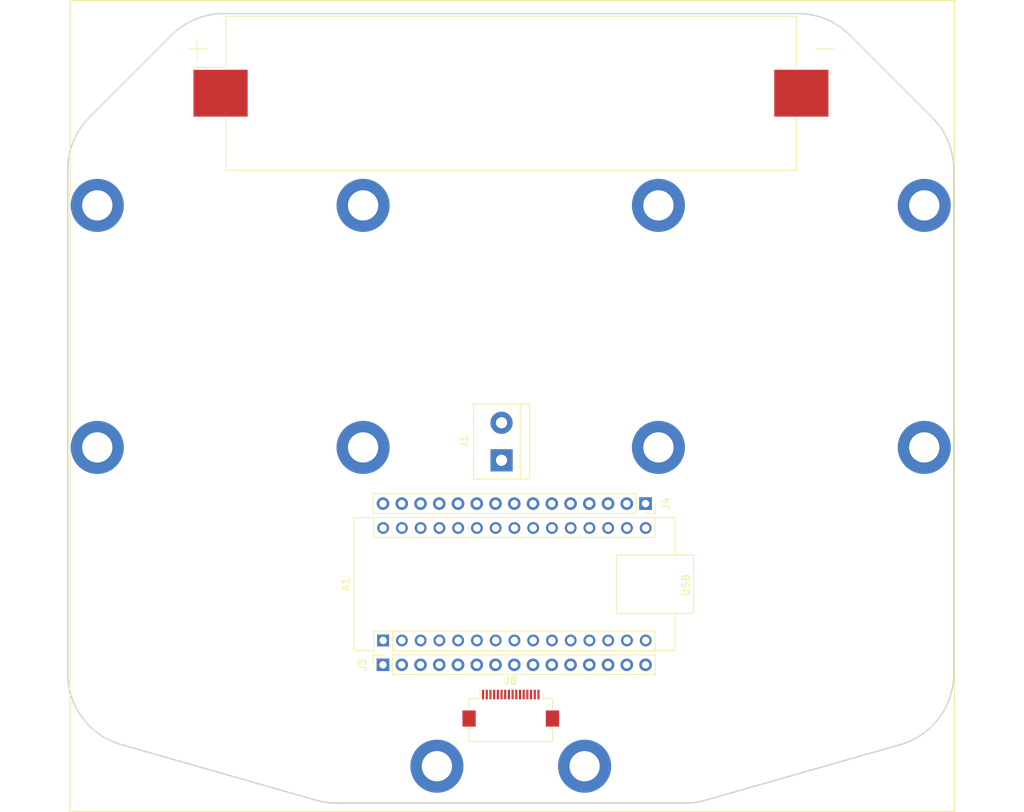
<source format=kicad_pcb>
(kicad_pcb (version 20221018) (generator pcbnew)
  (layers (0 "F.Cu" signal) (31 "B.Cu" signal) (34 "B.Paste" user) (35 "F.Paste" user) (36 "B.SilkS" user "B.Silkscreen") (37 "F.SilkS" user "F.Silkscreen") (38 "B.Mask" user) (39 "F.Mask" user) (44 "Edge.Cuts" user))
  (net 0 "")
  (net 1 "Net-(A1-3V3)")
  (net 2 "Net-(A1-+5V)")
  (net 3 "GND")
  (net 14 "+BATT")
  (net 15 "-BATT")
  (net 16 "/NANO_D1")
  (net 17 "/NANO_D0")
  (net 18 "/NANO_~{RST}_{1}")
  (net 19 "/NANO_D2")
  (net 20 "/NANO_D3")
  (net 21 "/NANO_D4")
  (net 22 "/NANO_D5")
  (net 23 "/NANO_D6")
  (net 24 "/NANO_D7")
  (net 25 "/NANO_D8")
  (net 26 "/NANO_D9")
  (net 27 "/NANO_D10")
  (net 28 "/NANO_D11")
  (net 29 "/NANO_D12")
  (net 30 "/NANO_D13")
  (net 31 "/NANO_AREF")
  (net 32 "/NANO_A0")
  (net 33 "/NANO_A1")
  (net 34 "/NANO_A2")
  (net 35 "/NANO_A3")
  (net 36 "/NANO_A4")
  (net 37 "/NANO_A5")
  (net 38 "/NANO_A6")
  (net 39 "/NANO_A7")
  (net 40 "/NANO_~{RST}_{2}")
  (net 41 "+5V")
  (net 42 "/IR_7_D")
  (net 43 "VBUS")
  (net 44 "/IR_6_D")
  (net 45 "/IR_6_A")
  (net 46 "/IR_5_D")
  (net 47 "/IR_5_A")
  (net 48 "/IR_4_D")
  (net 49 "/IR_4_A")
  (net 50 "/IR_3_D")
  (net 51 "/IR_3_A")
  (net 52 "/IR_2_D")
  (net 53 "/IR_2_A")
  (net 54 "/IR_1_D")
  (net 55 "Net-(D5-A)")
  (footprint "Module:Arduino_Nano" (layer "F.Cu") (at 132.715 123.815 90)
    (fp_text reference "A1" (at 7.62 -5.08 90) (layer "F.SilkS"))
    (fp_text value "Arduino Nano")
    (fp_text user "USB" (at 7.5 41 90 unlocked) (layer "F.SilkS"))
    (fp_line (start -1.4 -3.94) (end -1.4 -1.27) (stroke (width 0.12)) (layer "F.SilkS"))
    (fp_line (start -1.4 1.27) (end -1.4 39.5) (stroke (width 0.12)) (layer "F.SilkS"))
    (fp_line (start -1.4 39.5) (end 3.68 39.5) (stroke (width 0.12)) (layer "F.SilkS"))
    (fp_line (start 1.27 -1.27) (end -1.4 -1.27) (stroke (width 0.12)) (layer "F.SilkS"))
    (fp_line (start 1.27 1.27) (end -1.4 1.27) (stroke (width 0.12)) (layer "F.SilkS"))
    (fp_line (start 1.27 1.27) (end 1.27 -1.27) (stroke (width 0.12)) (layer "F.SilkS"))
    (fp_line (start 1.27 1.27) (end 1.27 36.83) (stroke (width 0.12)) (layer "F.SilkS"))
    (fp_line (start 1.27 36.83) (end -1.4 36.83) (stroke (width 0.12)) (layer "F.SilkS"))
    (fp_line (start 3.68 31.62) (end 11.56 31.62) (stroke (width 0.12)) (layer "F.SilkS"))
    (fp_line (start 3.68 42.04) (end 3.68 31.62) (stroke (width 0.12)) (layer "F.SilkS"))
    (fp_line (start 11.56 31.62) (end 11.56 42.04) (stroke (width 0.12)) (layer "F.SilkS"))
    (fp_line (start 11.56 42.04) (end 3.68 42.04) (stroke (width 0.12)) (layer "F.SilkS"))
    (fp_line (start 13.97 -1.27) (end 13.97 36.83) (stroke (width 0.12)) (layer "F.SilkS"))
    (fp_line (start 13.97 -1.27) (end 16.64 -1.27) (stroke (width 0.12)) (layer "F.SilkS"))
    (fp_line (start 13.97 36.83) (end 16.64 36.83) (stroke (width 0.12)) (layer "F.SilkS"))
    (fp_line (start 16.64 -3.94) (end -1.4 -3.94) (stroke (width 0.12)) (layer "F.SilkS"))
    (fp_line (start 16.64 39.5) (end 11.56 39.5) (stroke (width 0.12)) (layer "F.SilkS"))
    (fp_line (start 16.64 39.5) (end 16.64 -3.94) (stroke (width 0.12)) (layer "F.SilkS"))
    (pad "1" thru_hole rect (at 0 0 90) (size 1.6 1.6) (drill 1) (layers "*.Cu" "*.Mask") (net 16 "/NANO_D1"))
    (pad "2" thru_hole oval (at 0 2.54 90) (size 1.6 1.6) (drill 1) (layers "*.Cu" "*.Mask") (net 17 "/NANO_D0"))
    (pad "3" thru_hole oval (at 0 5.08 90) (size 1.6 1.6) (drill 1) (layers "*.Cu" "*.Mask") (net 18 "/NANO_~{RST}_{1}"))
    (pad "4" thru_hole oval (at 0 7.62 90) (size 1.6 1.6) (drill 1) (layers "*.Cu" "*.Mask") (net 3 "GND"))
    (pad "5" thru_hole oval (at 0 10.16 90) (size 1.6 1.6) (drill 1) (layers "*.Cu" "*.Mask") (net 19 "/NANO_D2"))
    (pad "6" thru_hole oval (at 0 12.7 90) (size 1.6 1.6) (drill 1) (layers "*.Cu" "*.Mask") (net 20 "/NANO_D3"))
    (pad "7" thru_hole oval (at 0 15.24 90) (size 1.6 1.6) (drill 1) (layers "*.Cu" "*.Mask") (net 21 "/NANO_D4"))
    (pad "8" thru_hole oval (at 0 17.78 90) (size 1.6 1.6) (drill 1) (layers "*.Cu" "*.Mask") (net 22 "/NANO_D5"))
    (pad "9" thru_hole oval (at 0 20.32 90) (size 1.6 1.6) (drill 1) (layers "*.Cu" "*.Mask") (net 23 "/NANO_D6"))
    (pad "10" thru_hole oval (at 0 22.86 90) (size 1.6 1.6) (drill 1) (layers "*.Cu" "*.Mask") (net 24 "/NANO_D7"))
    (pad "11" thru_hole oval (at 0 25.4 90) (size 1.6 1.6) (drill 1) (layers "*.Cu" "*.Mask") (net 25 "/NANO_D8"))
    (pad "12" thru_hole oval (at 0 27.94 90) (size 1.6 1.6) (drill 1) (layers "*.Cu" "*.Mask") (net 26 "/NANO_D9"))
    (pad "13" thru_hole oval (at 0 30.48 90) (size 1.6 1.6) (drill 1) (layers "*.Cu" "*.Mask") (net 27 "/NANO_D10"))
    (pad "14" thru_hole oval (at 0 33.02 90) (size 1.6 1.6) (drill 1) (layers "*.Cu" "*.Mask") (net 28 "/NANO_D11"))
    (pad "15" thru_hole oval (at 0 35.56 90) (size 1.6 1.6) (drill 1) (layers "*.Cu" "*.Mask") (net 29 "/NANO_D12"))
    (pad "16" thru_hole oval (at 15.24 35.56 90) (size 1.6 1.6) (drill 1) (layers "*.Cu" "*.Mask") (net 30 "/NANO_D13"))
    (pad "17" thru_hole oval (at 15.24 33.02 90) (size 1.6 1.6) (drill 1) (layers "*.Cu" "*.Mask") (net 1 "Net-(A1-3V3)"))
    (pad "18" thru_hole oval (at 15.24 30.48 90) (size 1.6 1.6) (drill 1) (layers "*.Cu" "*.Mask") (net 31 "/NANO_AREF"))
    (pad "19" thru_hole oval (at 15.24 27.94 90) (size 1.6 1.6) (drill 1) (layers "*.Cu" "*.Mask") (net 32 "/NANO_A0"))
    (pad "20" thru_hole oval (at 15.24 25.4 90) (size 1.6 1.6) (drill 1) (layers "*.Cu" "*.Mask") (net 33 "/NANO_A1"))
    (pad "21" thru_hole oval (at 15.24 22.86 90) (size 1.6 1.6) (drill 1) (layers "*.Cu" "*.Mask") (net 34 "/NANO_A2"))
    (pad "22" thru_hole oval (at 15.24 20.32 90) (size 1.6 1.6) (drill 1) (layers "*.Cu" "*.Mask") (net 35 "/NANO_A3"))
    (pad "23" thru_hole oval (at 15.24 17.78 90) (size 1.6 1.6) (drill 1) (layers "*.Cu" "*.Mask") (net 36 "/NANO_A4"))
    (pad "24" thru_hole oval (at 15.24 15.24 90) (size 1.6 1.6) (drill 1) (layers "*.Cu" "*.Mask") (net 37 "/NANO_A5"))
    (pad "25" thru_hole oval (at 15.24 12.7 90) (size 1.6 1.6) (drill 1) (layers "*.Cu" "*.Mask") (net 38 "/NANO_A6"))
    (pad "26" thru_hole oval (at 15.24 10.16 90) (size 1.6 1.6) (drill 1) (layers "*.Cu" "*.Mask") (net 39 "/NANO_A7"))
    (pad "27" thru_hole oval (at 15.24 7.62 90) (size 1.6 1.6) (drill 1) (layers "*.Cu" "*.Mask") (net 2 "Net-(A1-+5V)"))
    (pad "28" thru_hole oval (at 15.24 5.08 90) (size 1.6 1.6) (drill 1) (layers "*.Cu" "*.Mask") (net 40 "/NANO_~{RST}_{2}"))
    (pad "29" thru_hole oval (at 15.24 2.54 90) (size 1.6 1.6) (drill 1) (layers "*.Cu" "*.Mask") (net 3 "GND"))
    (pad "30" thru_hole oval (at 15.24 0 90) (size 1.6 1.6) (drill 1) (layers "*.Cu" "*.Mask") (net 41 "+5V"))
  )
  (footprint "Connector_PinSocket_2.54mm:PinSocket_1x15_P2.54mm_Vertical" (layer "F.Cu") (at 132.695 127.117 90)
    (fp_text reference "J3" (at 0 -2.77 90) (layer "F.SilkS"))
    (fp_text value "Row 2")
    (fp_line (start -1.33 1.27) (end -1.33 36.89) (stroke (width 0.12)) (layer "F.SilkS"))
    (fp_line (start -1.33 1.27) (end 1.33 1.27) (stroke (width 0.12)) (layer "F.SilkS"))
    (fp_line (start -1.33 36.89) (end 1.33 36.89) (stroke (width 0.12)) (layer "F.SilkS"))
    (fp_line (start 0 -1.33) (end 1.33 -1.33) (stroke (width 0.12)) (layer "F.SilkS"))
    (fp_line (start 1.33 -1.33) (end 1.33 0) (stroke (width 0.12)) (layer "F.SilkS"))
    (fp_line (start 1.33 1.27) (end 1.33 36.89) (stroke (width 0.12)) (layer "F.SilkS"))
    (pad "1" thru_hole rect (at 0 0 90) (size 1.7 1.7) (drill 1) (layers "*.Cu" "*.Mask") (net 16 "/NANO_D1"))
    (pad "2" thru_hole oval (at 0 2.54 90) (size 1.7 1.7) (drill 1) (layers "*.Cu" "*.Mask") (net 17 "/NANO_D0"))
    (pad "3" thru_hole oval (at 0 5.08 90) (size 1.7 1.7) (drill 1) (layers "*.Cu" "*.Mask") (net 18 "/NANO_~{RST}_{1}"))
    (pad "4" thru_hole oval (at 0 7.62 90) (size 1.7 1.7) (drill 1) (layers "*.Cu" "*.Mask") (net 3 "GND"))
    (pad "5" thru_hole oval (at 0 10.16 90) (size 1.7 1.7) (drill 1) (layers "*.Cu" "*.Mask") (net 19 "/NANO_D2"))
    (pad "6" thru_hole oval (at 0 12.7 90) (size 1.7 1.7) (drill 1) (layers "*.Cu" "*.Mask") (net 20 "/NANO_D3"))
    (pad "7" thru_hole oval (at 0 15.24 90) (size 1.7 1.7) (drill 1) (layers "*.Cu" "*.Mask") (net 21 "/NANO_D4"))
    (pad "8" thru_hole oval (at 0 17.78 90) (size 1.7 1.7) (drill 1) (layers "*.Cu" "*.Mask") (net 22 "/NANO_D5"))
    (pad "9" thru_hole oval (at 0 20.32 90) (size 1.7 1.7) (drill 1) (layers "*.Cu" "*.Mask") (net 23 "/NANO_D6"))
    (pad "10" thru_hole oval (at 0 22.86 90) (size 1.7 1.7) (drill 1) (layers "*.Cu" "*.Mask") (net 24 "/NANO_D7"))
    (pad "11" thru_hole oval (at 0 25.4 90) (size 1.7 1.7) (drill 1) (layers "*.Cu" "*.Mask") (net 25 "/NANO_D8"))
    (pad "12" thru_hole oval (at 0 27.94 90) (size 1.7 1.7) (drill 1) (layers "*.Cu" "*.Mask") (net 26 "/NANO_D9"))
    (pad "13" thru_hole oval (at 0 30.48 90) (size 1.7 1.7) (drill 1) (layers "*.Cu" "*.Mask") (net 27 "/NANO_D10"))
    (pad "14" thru_hole oval (at 0 33.02 90) (size 1.7 1.7) (drill 1) (layers "*.Cu" "*.Mask") (net 28 "/NANO_D11"))
    (pad "15" thru_hole oval (at 0 35.56 90) (size 1.7 1.7) (drill 1) (layers "*.Cu" "*.Mask") (net 29 "/NANO_D12"))
  )
  (footprint "Connector_FFC-FPC:Hirose_FH12-16S-0.5SH_1x16-1MP_P0.50mm_Horizontal" (layer "F.Cu") (at 150 133)
    (fp_text reference "J8" (at 0 -3.7) (layer "F.SilkS"))
    (fp_text value "Conn_01x16_Pin")
    (fp_line (start -5.65 -1.3) (end -5.65 0.04) (stroke (width 0.12)) (layer "F.SilkS"))
    (fp_line (start -5.65 2.76) (end -5.65 4.5) (stroke (width 0.12)) (layer "F.SilkS"))
    (fp_line (start -5.65 4.5) (end 5.65 4.5) (stroke (width 0.12)) (layer "F.SilkS"))
    (fp_line (start -4.16 -1.3) (end -5.65 -1.3) (stroke (width 0.12)) (layer "F.SilkS"))
    (fp_line (start -4.16 -1.3) (end -4.16 -2.5) (stroke (width 0.12)) (layer "F.SilkS"))
    (fp_line (start 4.16 -1.3) (end 5.65 -1.3) (stroke (width 0.12)) (layer "F.SilkS"))
    (fp_line (start 5.65 -1.3) (end 5.65 0.04) (stroke (width 0.12)) (layer "F.SilkS"))
    (fp_line (start 5.65 4.5) (end 5.65 2.76) (stroke (width 0.12)) (layer "F.SilkS"))
    (pad "1" smd rect (at -3.75 -1.85) (size 0.3 1.3) (layers "F.Cu" "F.Paste" "F.Mask") (net 3 "GND"))
    (pad "2" smd rect (at -3.25 -1.85) (size 0.3 1.3) (layers "F.Cu" "F.Paste" "F.Mask") (net 3 "GND"))
    (pad "3" smd rect (at -2.75 -1.85) (size 0.3 1.3) (layers "F.Cu" "F.Paste" "F.Mask") (net 41 "+5V"))
    (pad "4" smd rect (at -2.25 -1.85) (size 0.3 1.3) (layers "F.Cu" "F.Paste" "F.Mask") (net 41 "+5V"))
    (pad "5" smd rect (at -1.75 -1.85) (size 0.3 1.3) (layers "F.Cu" "F.Paste" "F.Mask") (net 42 "/IR_7_D"))
    (pad "6" smd rect (at -1.25 -1.85) (size 0.3 1.3) (layers "F.Cu" "F.Paste" "F.Mask") (net 44 "/IR_6_D"))
    (pad "7" smd rect (at -0.75 -1.85) (size 0.3 1.3) (layers "F.Cu" "F.Paste" "F.Mask") (net 45 "/IR_6_A"))
    (pad "8" smd rect (at -0.25 -1.85) (size 0.3 1.3) (layers "F.Cu" "F.Paste" "F.Mask") (net 46 "/IR_5_D"))
    (pad "9" smd rect (at 0.25 -1.85) (size 0.3 1.3) (layers "F.Cu" "F.Paste" "F.Mask") (net 47 "/IR_5_A"))
    (pad "10" smd rect (at 0.75 -1.85) (size 0.3 1.3) (layers "F.Cu" "F.Paste" "F.Mask") (net 48 "/IR_4_D"))
    (pad "11" smd rect (at 1.25 -1.85) (size 0.3 1.3) (layers "F.Cu" "F.Paste" "F.Mask") (net 49 "/IR_4_A"))
    (pad "12" smd rect (at 1.75 -1.85) (size 0.3 1.3) (layers "F.Cu" "F.Paste" "F.Mask") (net 50 "/IR_3_D"))
    (pad "13" smd rect (at 2.25 -1.85) (size 0.3 1.3) (layers "F.Cu" "F.Paste" "F.Mask") (net 51 "/IR_3_A"))
    (pad "14" smd rect (at 2.75 -1.85) (size 0.3 1.3) (layers "F.Cu" "F.Paste" "F.Mask") (net 52 "/IR_2_D"))
    (pad "15" smd rect (at 3.25 -1.85) (size 0.3 1.3) (layers "F.Cu" "F.Paste" "F.Mask") (net 53 "/IR_2_A"))
    (pad "16" smd rect (at 3.75 -1.85) (size 0.3 1.3) (layers "F.Cu" "F.Paste" "F.Mask") (net 54 "/IR_1_D"))
    (pad "MP" smd rect (at -5.65 1.4) (size 1.8 2.2) (layers "F.Cu" "F.Paste" "F.Mask"))
    (pad "MP" smd rect (at 5.65 1.4) (size 1.8 2.2) (layers "F.Cu" "F.Paste" "F.Mask"))
  )
  (footprint "Connector_PinSocket_2.54mm:PinSocket_1x15_P2.54mm_Vertical" (layer "F.Cu") (at 168.255 105.273 -90)
    (fp_text reference "J4" (at 0 -2.77 -90) (layer "F.SilkS"))
    (fp_text value "Row 2")
    (fp_line (start -1.33 1.27) (end -1.33 36.89) (stroke (width 0.12)) (layer "F.SilkS"))
    (fp_line (start -1.33 1.27) (end 1.33 1.27) (stroke (width 0.12)) (layer "F.SilkS"))
    (fp_line (start -1.33 36.89) (end 1.33 36.89) (stroke (width 0.12)) (layer "F.SilkS"))
    (fp_line (start 0 -1.33) (end 1.33 -1.33) (stroke (width 0.12)) (layer "F.SilkS"))
    (fp_line (start 1.33 -1.33) (end 1.33 0) (stroke (width 0.12)) (layer "F.SilkS"))
    (fp_line (start 1.33 1.27) (end 1.33 36.89) (stroke (width 0.12)) (layer "F.SilkS"))
    (pad "1" thru_hole rect (at 0 0 270) (size 1.7 1.7) (drill 1) (layers "*.Cu" "*.Mask") (net 30 "/NANO_D13"))
    (pad "2" thru_hole oval (at 0 2.54 270) (size 1.7 1.7) (drill 1) (layers "*.Cu" "*.Mask") (net 1 "Net-(A1-3V3)"))
    (pad "3" thru_hole oval (at 0 5.08 270) (size 1.7 1.7) (drill 1) (layers "*.Cu" "*.Mask") (net 31 "/NANO_AREF"))
    (pad "4" thru_hole oval (at 0 7.62 270) (size 1.7 1.7) (drill 1) (layers "*.Cu" "*.Mask") (net 32 "/NANO_A0"))
    (pad "5" thru_hole oval (at 0 10.16 270) (size 1.7 1.7) (drill 1) (layers "*.Cu" "*.Mask") (net 33 "/NANO_A1"))
    (pad "6" thru_hole oval (at 0 12.7 270) (size 1.7 1.7) (drill 1) (layers "*.Cu" "*.Mask") (net 34 "/NANO_A2"))
    (pad "7" thru_hole oval (at 0 15.24 270) (size 1.7 1.7) (drill 1) (layers "*.Cu" "*.Mask") (net 35 "/NANO_A3"))
    (pad "8" thru_hole oval (at 0 17.78 270) (size 1.7 1.7) (drill 1) (layers "*.Cu" "*.Mask") (net 36 "/NANO_A4"))
    (pad "9" thru_hole oval (at 0 20.32 270) (size 1.7 1.7) (drill 1) (layers "*.Cu" "*.Mask") (net 37 "/NANO_A5"))
    (pad "10" thru_hole oval (at 0 22.86 270) (size 1.7 1.7) (drill 1) (layers "*.Cu" "*.Mask") (net 38 "/NANO_A6"))
    (pad "11" thru_hole oval (at 0 25.4 270) (size 1.7 1.7) (drill 1) (layers "*.Cu" "*.Mask") (net 39 "/NANO_A7"))
    (pad "12" thru_hole oval (at 0 27.94 270) (size 1.7 1.7) (drill 1) (layers "*.Cu" "*.Mask") (net 2 "Net-(A1-+5V)"))
    (pad "13" thru_hole oval (at 0 30.48 270) (size 1.7 1.7) (drill 1) (layers "*.Cu" "*.Mask") (net 40 "/NANO_~{RST}_{2}"))
    (pad "14" thru_hole oval (at 0 33.02 270) (size 1.7 1.7) (drill 1) (layers "*.Cu" "*.Mask") (net 3 "GND"))
    (pad "15" thru_hole oval (at 0 35.56 270) (size 1.7 1.7) (drill 1) (layers "*.Cu" "*.Mask") (net 41 "+5V"))
  )
  (footprint "Battery:BatteryHolder_Keystone_1042_1x18650" (layer "F.Cu") (at 150.027 49.657)
    (fp_text reference "BT1" hide)
    (fp_text value "18650")
    (fp_line (start -43.75 -6) (end -41.25 -6) (stroke (width 0.12)) (layer "F.SilkS"))
    (fp_line (start -42.5 -4.75) (end -42.5 -7.25) (stroke (width 0.12)) (layer "F.SilkS"))
    (fp_line (start -38.64 -10.44) (end -38.64 -3.44) (stroke (width 0.12)) (layer "F.SilkS"))
    (fp_line (start -38.64 -3.44) (end -43 -3.44) (stroke (width 0.12)) (layer "F.SilkS"))
    (fp_line (start -38.64 10.44) (end -38.64 3.44) (stroke (width 0.12)) (layer "F.SilkS"))
    (fp_line (start 38.64 -10.44) (end -38.64 -10.44) (stroke (width 0.12)) (layer "F.SilkS"))
    (fp_line (start 38.64 -3.44) (end 38.64 -10.42) (stroke (width 0.12)) (layer "F.SilkS"))
    (fp_line (start 38.64 3.44) (end 38.64 10.44) (stroke (width 0.12)) (layer "F.SilkS"))
    (fp_line (start 38.64 10.44) (end -38.64 10.44) (stroke (width 0.12)) (layer "F.SilkS"))
    (fp_line (start 43.75 -6) (end 41.25 -6) (stroke (width 0.12)) (layer "F.SilkS"))
    (pad "" np_thru_hole circle (at -35.93 -8) (size 2.39 2.39) (drill 2.39) (layers "*.Cu" "*.Mask"))
    (pad "" np_thru_hole circle (at -27.6 8) (size 3.45 3.45) (drill 3.45) (layers "*.Cu" "*.Mask"))
    (pad "" np_thru_hole circle (at 27.6 -8) (size 3.45 3.45) (drill 3.45) (layers "*.Cu" "*.Mask"))
    (pad "1" smd rect (at -39.33 0) (size 7.34 6.35) (layers "F.Cu" "F.Paste" "F.Mask") (net 14 "+BATT"))
    (pad "2" smd rect (at 39.33 0) (size 7.34 6.35) (layers "F.Cu" "F.Paste" "F.Mask") (net 15 "-BATT"))
  )
  (footprint "TerminalBlock:TerminalBlock_bornier-2_P5.08mm" (layer "F.Cu") (at 148.75 99.4 90)
    (fp_text reference "J1" (at 2.54 -5.08 90) (layer "F.SilkS"))
    (fp_text value "Motor")
    (fp_line (start -2.54 -3.81) (end -2.54 3.81) (stroke (width 0.12)) (layer "F.SilkS"))
    (fp_line (start -2.54 3.81) (end 7.62 3.81) (stroke (width 0.12)) (layer "F.SilkS"))
    (fp_line (start 7.62 -3.81) (end -2.54 -3.81) (stroke (width 0.12)) (layer "F.SilkS"))
    (fp_line (start 7.62 2.54) (end -2.54 2.54) (stroke (width 0.12)) (layer "F.SilkS"))
    (fp_line (start 7.62 3.81) (end 7.62 -3.81) (stroke (width 0.12)) (layer "F.SilkS"))
    (pad "1" thru_hole rect (at 0 0 90) (size 3 3) (drill 1.52) (layers "*.Cu" "*.Mask") (net 43 "VBUS"))
    (pad "2" thru_hole circle (at 5.08 0 90) (size 3 3) (drill 1.52) (layers "*.Cu" "*.Mask") (net 55 "Net-(D5-A)"))
  )
  (footprint "ImportedLibrary:MountingHole_Soldernut_M3" (layer "B.Cu") (at 170 64.857864 180)
    (fp_text reference "H6" hide)
    (fp_text value "M3")
    (pad "1" thru_hole circle (at 0 0 180) (size 4.7 4.7) (drill 4.1) (layers "*.Cu" "*.Mask"))
    (pad "1" connect circle (at 0 0 180) (size 7.2 7.2) (layers "B.Cu" "B.Mask"))
  )
  (footprint "ImportedLibrary:MountingHole_Soldernut_M3" (layer "B.Cu") (at 94 97.657864 180)
    (fp_text reference "H5" hide)
    (fp_text value "M3")
    (pad "1" thru_hole circle (at 0 0 180) (size 4.7 4.7) (drill 4.1) (layers "*.Cu" "*.Mask"))
    (pad "1" connect circle (at 0 0 180) (size 7.2 7.2) (layers "B.Cu" "B.Mask"))
  )
  (footprint "ImportedLibrary:MountingHole_Soldernut_M3" (layer "B.Cu") (at 206 97.657864 180)
    (fp_text reference "H3" hide)
    (fp_text value "M3")
    (pad "1" thru_hole circle (at 0 0 180) (size 4.7 4.7) (drill 4.1) (layers "*.Cu" "*.Mask"))
    (pad "1" connect circle (at 0 0 180) (size 7.2 7.2) (layers "B.Cu" "B.Mask"))
  )
  (footprint "ImportedLibrary:MountingHole_Soldernut_M3" (layer "B.Cu") (at 140 140.857864 180)
    (fp_text reference "H9" hide)
    (fp_text value "M3")
    (pad "1" thru_hole circle (at 0 0 180) (size 4.7 4.7) (drill 4.1) (layers "*.Cu" "*.Mask"))
    (pad "1" connect circle (at 0 0 180) (size 7.2 7.2) (layers "B.Cu" "B.Mask"))
  )
  (footprint "ImportedLibrary:MountingHole_Soldernut_M3" (layer "B.Cu") (at 160 140.857864 180)
    (fp_text reference "H10" hide)
    (fp_text value "M3")
    (pad "1" thru_hole circle (at 0 0 180) (size 4.7 4.7) (drill 4.1) (layers "*.Cu" "*.Mask"))
    (pad "1" connect circle (at 0 0 180) (size 7.2 7.2) (layers "B.Cu" "B.Mask"))
  )
  (footprint "ImportedLibrary:MountingHole_Soldernut_M3" (layer "B.Cu") (at 130 97.657864 180)
    (fp_text reference "H4" hide)
    (fp_text value "M3")
    (pad "1" thru_hole circle (at 0 0 180) (size 4.7 4.7) (drill 4.1) (layers "*.Cu" "*.Mask"))
    (pad "1" connect circle (at 0 0 180) (size 7.2 7.2) (layers "B.Cu" "B.Mask"))
  )
  (footprint "ImportedLibrary:MountingHole_Soldernut_M3" (layer "B.Cu") (at 170 97.657864 180)
    (fp_text reference "H8" hide)
    (fp_text value "M3")
    (pad "1" thru_hole circle (at 0 0 180) (size 4.7 4.7) (drill 4.1) (layers "*.Cu" "*.Mask"))
    (pad "1" connect circle (at 0 0 180) (size 7.2 7.2) (layers "B.Cu" "B.Mask"))
  )
  (footprint "ImportedLibrary:MountingHole_Soldernut_M3" (layer "B.Cu") (at 94 64.857864 180)
    (fp_text reference "H2" hide)
    (fp_text value "M3")
    (pad "1" thru_hole circle (at 0 0 180) (size 4.7 4.7) (drill 4.1) (layers "*.Cu" "*.Mask"))
    (pad "1" connect circle (at 0 0 180) (size 7.2 7.2) (layers "B.Cu" "B.Mask"))
  )
  (footprint "ImportedLibrary:MountingHole_Soldernut_M3" (layer "B.Cu") (at 206 64.857864 180)
    (fp_text reference "H1" hide)
    (fp_text value "M3")
    (pad "1" thru_hole circle (at 0 0 180) (size 4.7 4.7) (drill 4.1) (layers "*.Cu" "*.Mask"))
    (pad "1" connect circle (at 0 0 180) (size 7.2 7.2) (layers "B.Cu" "B.Mask"))
  )
  (footprint "ImportedLibrary:MountingHole_Soldernut_M3" (layer "B.Cu") (at 130 64.857864 180)
    (fp_text reference "H7" hide)
    (fp_text value "M3")
    (pad "1" thru_hole circle (at 0 0 180) (size 4.7 4.7) (drill 4.1) (layers "*.Cu" "*.Mask"))
    (pad "1" connect circle (at 0 0 180) (size 7.2 7.2) (layers "B.Cu" "B.Mask"))
  )
  (gr_rect (start 90.3 37.1) (end 210.1 147) (stroke (width 0.15)) (fill none) (layer "F.SilkS"))
  (gr_circle (center 206 64.857864) (end 207.75 64.857864) (stroke (width 0.2)) (fill none) (layer "Edge.Cuts"))
  (gr_circle (center 160 140.857864) (end 161.5 140.857864) (stroke (width 0.2)) (fill none) (layer "Edge.Cuts"))
  (gr_line (start 126.400549 145.857864) (end 173.599451 145.857864) (stroke (width 0.2)) (layer "Edge.Cuts"))
  (gr_arc (start 176.346662 145.473103) (mid 174.986463 145.761202) (end 173.599451 145.857864) (stroke (width 0.2)) (layer "Edge.Cuts"))
  (gr_line (start 104.071068 41.786796) (end 92.928932 52.928932) (stroke (width 0.2)) (layer "Edge.Cuts"))
  (gr_circle (center 130 97.657864) (end 131.75 97.657864) (stroke (width 0.2)) (fill none) (layer "Edge.Cuts"))
  (gr_circle (center 94 97.657864) (end 95.75 97.657864) (stroke (width 0.2)) (fill none) (layer "Edge.Cuts"))
  (gr_circle (center 94 64.857864) (end 95.75 64.857864) (stroke (width 0.2)) (fill none) (layer "Edge.Cuts"))
  (gr_arc (start 126.400549 145.857864) (mid 125.013536 145.761212) (end 123.653338 145.473103) (stroke (width 0.2)) (layer "Edge.Cuts"))
  (gr_arc (start 207.071068 52.928932) (mid 209.238797 56.173165) (end 210 60) (stroke (width 0.2)) (layer "Edge.Cuts"))
  (gr_circle (center 170 97.657864) (end 171.75 97.657864) (stroke (width 0.2)) (fill none) (layer "Edge.Cuts"))
  (gr_arc (start 90 60) (mid 90.761206 56.173167) (end 92.928932 52.928932) (stroke (width 0.2)) (layer "Edge.Cuts"))
  (gr_circle (center 130 64.857864) (end 131.75 64.857864) (stroke (width 0.2)) (fill none) (layer "Edge.Cuts"))
  (gr_line (start 188.857864 38.857864) (end 111.142136 38.857864) (stroke (width 0.2)) (layer "Edge.Cuts"))
  (gr_arc (start 210 128.31485) (mid 207.983492 134.336812) (end 202.747211 137.930089) (stroke (width 0.2)) (layer "Edge.Cuts"))
  (gr_arc (start 104.071068 41.786796) (mid 107.315301 39.619067) (end 111.142136 38.857864) (stroke (width 0.2)) (layer "Edge.Cuts"))
  (gr_line (start 90 60) (end 90 128.31485) (stroke (width 0.2)) (layer "Edge.Cuts"))
  (gr_circle (center 140 140.857864) (end 141.5 140.857864) (stroke (width 0.2)) (fill none) (layer "Edge.Cuts"))
  (gr_circle (center 206 97.657864) (end 207.75 97.657864) (stroke (width 0.2)) (fill none) (layer "Edge.Cuts"))
  (gr_arc (start 97.252789 137.930089) (mid 92.016514 134.336805) (end 90 128.31485) (stroke (width 0.2)) (layer "Edge.Cuts"))
  (gr_line (start 176.346662 145.473103) (end 202.747211 137.930089) (stroke (width 0.2)) (layer "Edge.Cuts"))
  (gr_line (start 210 128.31485) (end 210 60) (stroke (width 0.2)) (layer "Edge.Cuts"))
  (gr_circle (center 170 64.857864) (end 171.75 64.857864) (stroke (width 0.2)) (fill none) (layer "Edge.Cuts"))
  (gr_line (start 97.252789 137.930089) (end 123.653338 145.473103) (stroke (width 0.2)) (layer "Edge.Cuts"))
  (gr_arc (start 188.857864 38.857864) (mid 192.684706 39.619057) (end 195.928932 41.786796) (stroke (width 0.2)) (layer "Edge.Cuts"))
  (gr_line (start 207.071068 52.928932) (end 195.928932 41.786796) (stroke (width 0.2)) (layer "Edge.Cuts"))
)
</source>
